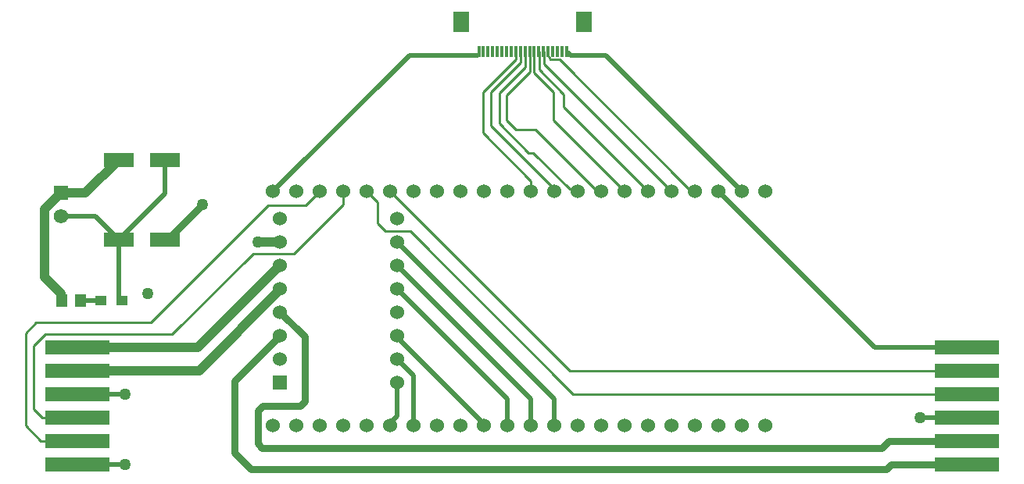
<source format=gbr>
%TF.GenerationSoftware,Altium Limited,Altium Designer,24.7.2 (38)*%
G04 Layer_Physical_Order=1*
G04 Layer_Color=255*
%FSLAX45Y45*%
%MOMM*%
%TF.SameCoordinates,4658354D-353F-4C49-8F46-90FD7368F250*%
%TF.FilePolarity,Positive*%
%TF.FileFunction,Copper,L1,Top,Signal*%
%TF.Part,Single*%
G01*
G75*
%TA.AperFunction,SMDPad,CuDef*%
%ADD10R,1.80000X2.20000*%
%ADD11R,0.30000X1.30000*%
%ADD12R,3.20000X1.60000*%
%ADD13R,7.00000X1.52400*%
%ADD14R,1.25000X1.10000*%
%ADD15R,1.20000X1.45000*%
%TA.AperFunction,Conductor*%
%ADD16C,0.25400*%
%ADD17C,0.76200*%
%ADD18C,0.50800*%
%ADD19C,1.01600*%
%TA.AperFunction,ComponentPad*%
%ADD20R,1.57500X1.57500*%
%ADD21C,1.57500*%
%ADD22C,1.52400*%
%ADD23R,1.52400X1.52400*%
%TA.AperFunction,ViaPad*%
%ADD24C,1.27000*%
D10*
X7666200Y6832600D02*
D03*
X8996200D02*
D03*
D11*
X7856200Y6507600D02*
D03*
X7906200D02*
D03*
X7956200D02*
D03*
X8006200D02*
D03*
X8056200D02*
D03*
X8106200D02*
D03*
X8156200D02*
D03*
X8206200D02*
D03*
X8256200D02*
D03*
X8306200D02*
D03*
X8356200D02*
D03*
X8406200D02*
D03*
X8456200D02*
D03*
X8506200D02*
D03*
X8556200D02*
D03*
X8606200D02*
D03*
X8656200D02*
D03*
X8706200D02*
D03*
X8756200D02*
D03*
X8806200D02*
D03*
D12*
X4453700Y5334000D02*
D03*
X3953700D02*
D03*
Y4470400D02*
D03*
X4453700D02*
D03*
D13*
X13144501Y2286000D02*
D03*
X3505200Y2032000D02*
D03*
Y2286000D02*
D03*
Y2540000D02*
D03*
Y2794000D02*
D03*
Y3048000D02*
D03*
Y3302000D02*
D03*
X13144501D02*
D03*
Y3048000D02*
D03*
Y2794000D02*
D03*
Y2540000D02*
D03*
Y2032000D02*
D03*
D14*
X3994200Y3810000D02*
D03*
X3759200D02*
D03*
D15*
X3341700D02*
D03*
X3541700D02*
D03*
D16*
X6845300Y4559300D02*
X7112000D01*
X6756400Y4648200D02*
X6845300Y4559300D01*
X6756400Y4648200D02*
Y4876800D01*
X6642100Y4991100D02*
X6756400Y4876800D01*
X7112000Y4559300D02*
X8877300Y2794000D01*
X13144501D01*
X6896100Y4991100D02*
X8839200Y3048000D01*
X9690100D01*
X13144501Y3048000D01*
X5410200Y4318000D02*
X5854700D01*
X3162300Y3441700D02*
X4533900D01*
X5410200Y4318000D01*
X6388100Y4851400D02*
Y4991100D01*
X5854700Y4318000D02*
X6388100Y4851400D01*
X5575300Y4838700D02*
X5981700D01*
X6134100Y4991100D01*
X4305300Y3568700D02*
X5575300Y4838700D01*
X3035300Y3314700D02*
X3162300Y3441700D01*
X2946400Y3454400D02*
X3060700Y3568700D01*
X4305300D01*
X8731200Y6419900D02*
X10123628Y5027472D01*
X8631799Y6419900D02*
X8731200D01*
X10163734Y4991100D02*
X10198100D01*
X10127362Y5027472D02*
X10163734Y4991100D01*
X10123628Y5027472D02*
X10127362D01*
X8618501Y6433197D02*
Y6440421D01*
X8606200Y6457600D02*
Y6507600D01*
X8618500Y6440422D02*
X8618501Y6440421D01*
X8618500Y6440422D02*
Y6445300D01*
X8606200Y6457600D02*
X8618500Y6445300D01*
X8618501Y6433197D02*
X8631799Y6419900D01*
X8558500Y6376700D02*
X9004300Y5930900D01*
X9004300D01*
X8558500Y6376700D02*
Y6505300D01*
X9004300Y5930900D02*
X9944100Y4991100D01*
X8775700Y5905500D02*
Y6045201D01*
Y5905500D02*
X9690100Y4991100D01*
X8904428Y5014772D02*
X8928100Y4991100D01*
X8840928Y5014772D02*
X8904428D01*
X8445500Y5410200D02*
X8840928Y5014772D01*
X8394700Y5410200D02*
X8445500D01*
X9111362Y5027472D02*
X9147734Y4991100D01*
X8470900Y5664200D02*
X9107628Y5027472D01*
X9111362D01*
X8255000Y5664200D02*
X8470900D01*
X9147734Y4991100D02*
X9182100D01*
X8153400Y5765800D02*
X8255000Y5664200D01*
X8661400Y5765800D02*
X9436100Y4991100D01*
X8661400Y5765800D02*
Y6070600D01*
X8456200Y6275800D02*
X8661400Y6070600D01*
X8077200Y5727700D02*
X8394700Y5410200D01*
X8674100Y4991100D02*
Y5016500D01*
X7988300Y5702300D02*
X8674100Y5016500D01*
X8420100Y4991100D02*
Y5105400D01*
X7899400Y5626100D02*
X8420100Y5105400D01*
X7899400Y5626100D02*
Y6070600D01*
X3035300Y2628900D02*
Y3314700D01*
Y2628900D02*
X3124200Y2540000D01*
X3505200D01*
X2946400Y2451100D02*
Y3454400D01*
Y2451100D02*
X3111500Y2286000D01*
X3505200D01*
X8508500Y6312401D02*
X8775700Y6045201D01*
X8508500Y6312401D02*
Y6505300D01*
X8456200Y6275800D02*
Y6507600D01*
X7899400Y6070600D02*
X8254759Y6425959D01*
X8153400Y5765800D02*
Y6032500D01*
X8077200Y6057900D02*
X8356200Y6336900D01*
X8077200Y5727700D02*
Y6057900D01*
X7988300Y6070600D02*
X8306200Y6388500D01*
X7988300Y5702300D02*
Y6070600D01*
X8254759Y6506159D02*
X8256200Y6507600D01*
X8254759Y6425959D02*
Y6506159D01*
X8556200Y6507600D02*
X8558500Y6505300D01*
X8506200Y6507600D02*
X8508500Y6505300D01*
X8406200Y6285300D02*
Y6507600D01*
X8153400Y6032500D02*
X8406200Y6285300D01*
X8356200Y6336900D02*
Y6507600D01*
X8306200Y6388500D02*
Y6507600D01*
D17*
X12268200Y1981200D02*
X12319000Y2032000D01*
X13144501D01*
X5384800Y1981200D02*
X12268200D01*
X5207000Y2159000D02*
X5384800Y1981200D01*
X5505637Y2209800D02*
X12217400D01*
X12293600Y2286000D02*
X13144501D01*
X12217400Y2209800D02*
X12293600Y2286000D01*
X5461000Y2254437D02*
Y2616200D01*
Y2254437D02*
X5505637Y2209800D01*
X5702300Y3683000D02*
X5969000Y3416300D01*
X5511800Y2667000D02*
X5924363D01*
X5969000Y2711637D02*
Y3416300D01*
X5924363Y2667000D02*
X5969000Y2711637D01*
X5461000Y2616200D02*
X5511800Y2667000D01*
X5207000Y2933700D02*
X5702300Y3429000D01*
X5207000Y2159000D02*
Y2933700D01*
X4483100Y4470400D02*
X4864100Y4851400D01*
X4453700Y4470400D02*
X4483100D01*
D18*
X6972300Y4445000D02*
X8674100Y2743200D01*
Y2451100D02*
Y2743200D01*
X6972300Y4191000D02*
X8420100Y2743200D01*
Y2451100D02*
Y2743200D01*
X6972300Y3937000D02*
X8166100Y2743200D01*
Y2451100D02*
Y2743200D01*
X6972300Y3409950D02*
X7912100Y2470150D01*
X6972300Y3409950D02*
Y3429000D01*
X7912100Y2451100D02*
Y2470150D01*
X7150100Y2451100D02*
Y2997200D01*
X6972300Y3175000D02*
X7150100Y2997200D01*
X6896100Y2478593D02*
X6972300Y2554793D01*
X6896100Y2451100D02*
Y2478593D01*
X6972300Y2554793D02*
Y2921000D01*
X5626100Y4991100D02*
X7103000Y6468000D01*
X12141200Y3302000D02*
X13144501D01*
X10452100Y4991100D02*
X12141200Y3302000D01*
X8813800Y6502400D02*
X8848200Y6468000D01*
X9229200D02*
X10706100Y4991100D01*
X3505200Y2032000D02*
X4025900D01*
X3505200Y2794000D02*
X4025900D01*
X12636500Y2540000D02*
X13144501D01*
X7103000Y6468000D02*
X7845800D01*
X3953700Y3850500D02*
X3994200Y3810000D01*
X3953700Y3850500D02*
Y4470400D01*
X3541700Y3810000D02*
X3759200D01*
X3327400Y3824300D02*
X3341700Y3810000D01*
X3327400Y4724400D02*
X3699700D01*
X3953700Y4470400D01*
X4453700Y4970400D01*
Y5334000D01*
X8848200Y6468000D02*
X9229200D01*
D19*
X4826000Y3048000D02*
X5702300Y3924300D01*
X3505200Y3048000D02*
X4826000D01*
X5702300Y3924300D02*
Y3937000D01*
X3505200Y3302000D02*
X4813300D01*
X5702300Y4191000D01*
X5461000Y4445000D02*
X5702300D01*
X3149600Y4060300D02*
Y4796600D01*
Y4060300D02*
X3327400Y3882500D01*
X3149600Y4796600D02*
X3327400Y4974400D01*
Y3824300D02*
Y3882500D01*
Y4974400D02*
X3594100D01*
X3953700Y5334000D01*
D20*
X3327400Y4974400D02*
D03*
D21*
Y4724400D02*
D03*
D22*
X6972300Y2921000D02*
D03*
Y3175000D02*
D03*
Y3429000D02*
D03*
Y3683000D02*
D03*
Y3937000D02*
D03*
Y4191000D02*
D03*
Y4445000D02*
D03*
Y4699000D02*
D03*
X5702300D02*
D03*
Y4445000D02*
D03*
Y4191000D02*
D03*
Y3937000D02*
D03*
Y3683000D02*
D03*
Y3429000D02*
D03*
Y3175000D02*
D03*
X10706100Y4991100D02*
D03*
X10452100D02*
D03*
X10198100D02*
D03*
X9944100D02*
D03*
X9690100D02*
D03*
X9436100D02*
D03*
X9182100D02*
D03*
X8928100D02*
D03*
X8674100D02*
D03*
X8420100D02*
D03*
X8166100D02*
D03*
X7912100D02*
D03*
X7658100D02*
D03*
X7404100D02*
D03*
X7150100D02*
D03*
X6896100D02*
D03*
X6642100D02*
D03*
X6388100D02*
D03*
X6134100D02*
D03*
X5880100D02*
D03*
X5626100D02*
D03*
X10960100Y2451100D02*
D03*
X10706100D02*
D03*
X10452100D02*
D03*
X10198100D02*
D03*
X9944100D02*
D03*
X9690100D02*
D03*
X9436100D02*
D03*
X9182100D02*
D03*
X8928100D02*
D03*
X8674100D02*
D03*
X8420100D02*
D03*
X8166100D02*
D03*
X7912100D02*
D03*
X7658100D02*
D03*
X7404100D02*
D03*
X6896100D02*
D03*
X6642100D02*
D03*
X6388100D02*
D03*
X6134100D02*
D03*
X5880100D02*
D03*
X5626100D02*
D03*
X7150100D02*
D03*
X10960100Y4991100D02*
D03*
D23*
X5702300Y2921000D02*
D03*
D24*
X5461000Y4445000D02*
D03*
X4025900Y2032000D02*
D03*
X4267200Y3886200D02*
D03*
X4025900Y2794000D02*
D03*
X4864100Y4851400D02*
D03*
X12636500Y2540000D02*
D03*
%TF.MD5,c918b192a6b0a53da7e75deaf1bf614b*%
M02*

</source>
